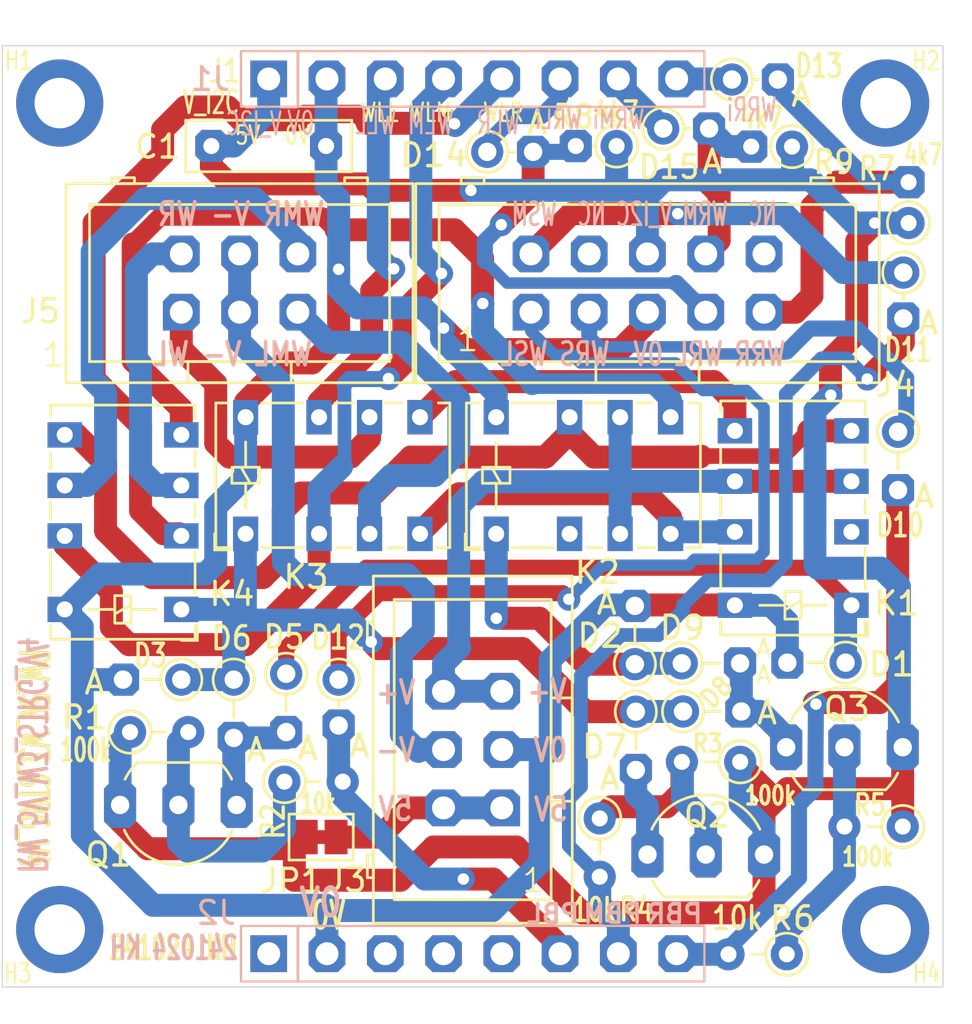
<source format=kicad_pcb>
(kicad_pcb (version 20240108) (generator "pcbnew") (generator_version "8.0")
  (layers (0 "F.Cu" signal) (31 "B.Cu" signal) (34 "B.Paste" user) (35 "F.Paste" user) (36 "B.SilkS" user "B.Silkscreen") (37 "F.SilkS" user "F.Silkscreen") (38 "B.Mask" user) (39 "F.Mask" user) (44 "Edge.Cuts" user))
  (net 0 "")
  (net 1 "/PBR")
  (net 2 "/WSR")
  (net 3 "/WSM")
  (net 4 "/PBM")
  (net 5 "/PBL")
  (net 6 "/WSL")
  (net 7 "/0V")
  (net 8 "Net-(D8-A)")
  (net 9 "/WRM")
  (net 10 "/WRR")
  (net 11 "/WLR")
  (net 12 "/WLL")
  (net 13 "/WLM")
  (net 14 "/WRL")
  (net 17 "/V_I2C")
  (net 19 "/V+")
  (net 20 "/5V")
  (net 21 "/V-")
  (net 22 "/WMR")
  (net 23 "/WR")
  (net 24 "/WML")
  (net 25 "/WL")
  (net 26 "/WML+")
  (net 28 "/WMR+")
  (net 29 "/WR+")
  (net 31 "Net-(Q1-B)")
  (net 32 "Net-(Q2-B)")
  (net 33 "Net-(Q3-B)")
  (net 34 "/K_left")
  (net 35 "/K_right")
  (net 36 "Net-(D5-A)")
  (net 37 "Net-(D7-A)")
  (net 38 "/K_on")
  (net 39 "/WL+")
  (net 43 "/WRRi")
  (net 44 "/WRLi")
  (net 45 "/WRMi")
  (footprint "_kh_library:D_DO-35_SOD27_P2.54mm_Vertical_AnodeUp_kh" (layer "F.Cu") (at 68.326 50.824 180)
    (property "Reference" "D1")
    (property "Value" "1N4148" (hide yes))
  )
  (footprint "_kh_library:Box_02x05_P2.54mm_Vertical_kh" (layer "F.Cu") (at 54.61 35.56)
    (property "Reference" "J4")
    (property "Value" "Box_02x05_P2.54_Vertical")
  )
  (footprint "_kh_library:Relay_DPDT_AXICOM_IMSeries_Pitch5.08mm_rect_Pins" (layer "F.Cu") (at 42.174 45.212 90)
    (property "Reference" "K3")
    (property "Value" "IM03TS")
  )
  (footprint "_kh_library:D_DO-35_P2.0mm_Vertical_AnodeUp_kh" (layer "F.Cu") (at 60.3758 27.559)
    (property "Reference" "D15")
    (property "Value" "1N4148" (hide yes))
  )
  (footprint "_kh_library:D_DO-35_SOD27_P2.54mm_Vertical_AnodeUp_kh" (layer "F.Cu") (at 70.612 40.767 -90)
    (property "Reference" "D10")
    (property "Value" "1N4148" (hide yes))
  )
  (footprint "Resistor_THT:R_Axial_DIN0204_L3.6mm_D1.6mm_P2.54mm_Vertical" (layer "F.Cu") (at 65.7606 63.5254 180)
    (property "Reference" "R6")
    (property "Value" "10k")
  )
  (footprint "_kh_library:TO-92_Inline_Wide_custom" (layer "F.Cu") (at 65.7352 54.5084)
    (property "Reference" "Q3")
    (property "Value" "BC327")
  )
  (footprint "_kh_library:D_DO-35_SOD27_P2.54mm_Vertical_AnodeUp_kh" (layer "F.Cu") (at 39.37 51.562 180)
    (property "Reference" "D3")
    (property "Value" "1N4148" (hide yes))
  )
  (footprint "_kh_library:MountingHole_2.2mm_M2_Pad_TopBottom_kh" (layer "F.Cu") (at 34.07 62.45)
    (property "Reference" "H3")
    (property "Value" "MountingHole" (hide yes))
  )
  (footprint "_kh_library:D_DO-35_SOD27_P2.54mm_Vertical_AnodeUp_kh" (layer "F.Cu") (at 41.656 51.562 -90)
    (property "Reference" "D6")
    (property "Value" "1N4148" (hide yes))
  )
  (footprint "_kh_library:D_DO-35_P2.0mm_Vertical_AnodeUp_kh" (layer "F.Cu") (at 63.373 25.4254)
    (property "Reference" "D13")
    (property "Value" "1N4148" (hide yes))
  )
  (footprint "_kh_library:Relay_DPDT_AXICOM_IMSeries_Pitch5.08mm_rect_Pins" (layer "F.Cu") (at 39.37 48.504 180)
    (property "Reference" "K4")
    (property "Value" "IM03TS")
  )
  (footprint "_kh_library:MountingHole_2.2mm_M2_Pad_TopBottom_kh" (layer "F.Cu") (at 70.07 26.45)
    (property "Reference" "H2")
    (property "Value" "MountingHole" (hide yes))
  )
  (footprint "Resistor_THT:R_Axial_DIN0204_L3.6mm_D1.6mm_P2.54mm_Vertical" (layer "F.Cu") (at 43.865 56.007)
    (property "Reference" "R2")
    (property "Value" "10k")
  )
  (footprint "_kh_library:Relay_DPDT_AXICOM_IMSeries_Pitch5.08mm_rect_Pins" (layer "F.Cu") (at 53.096 45.212 90)
    (property "Reference" "K2")
    (property "Value" "IM03TS")
  )
  (footprint "_kh_library:Box_02x03_P2.54mm_Vertical_kh" (layer "F.Cu") (at 53.34 57.15 90)
    (property "Reference" "J3")
    (property "Value" "Box_02x03_P2.54_Vertical")
  )
  (footprint "Resistor_THT:R_Axial_DIN0204_L3.6mm_D1.6mm_P2.54mm_Vertical" (layer "F.Cu") (at 63.7294 55.1434 180)
    (property "Reference" "R3")
    (property "Value" "100k")
  )
  (footprint "_kh_library:D_DO-35_P2.0mm_Vertical_AnodeUp_kh" (layer "F.Cu") (at 52.705 28.575)
    (property "Reference" "D14")
    (property "Value" "1N4148" (hide yes))
  )
  (footprint "_kh_library:Box_02x03_P2.54mm_Vertical_kh" (layer "F.Cu") (at 39.37 35.56)
    (property "Reference" "J5")
    (property "Value" "Box_02x03_P2.54_Vertical")
  )
  (footprint "_kh_library:D_DO-35_P2.0mm_Vertical_AnodeUp_kh" (layer "F.Cu") (at 70.8406 33.8328 -90)
    (property "Reference" "D11")
    (property "Value" "1N4148" (hide yes))
  )
  (footprint "_kh_library:MountingHole_2.2mm_M2_Pad_TopBottom_kh" (layer "F.Cu") (at 70.07 62.45)
    (property "Reference" "H4")
    (property "Value" "MountingHole" (hide yes))
  )
  (footprint "_kh_library:D_DO-35_SOD27_P2.54mm_Vertical_AnodeUp_kh" (layer "F.Cu") (at 43.942 51.308 -90)
    (property "Reference" "D5")
    (property "Value" "1N4148" (hide yes))
  )
  (footprint "_kh_library:TO-92_Inline_Wide_custom" (layer "F.Cu") (at 59.69 59.182)
    (property "Reference" "Q2")
    (property "Value" "BC327")
  )
  (footprint "_kh_library:R_Axial_P1.778mm_Vertical_kh" (layer "F.Cu") (at 71.0692 31.6738 90)
    (property "Reference" "R7")
    (property "Value" "4k7")
  )
  (footprint "_kh_library:C_Rect_L7.0mm_W2.0mm_P5.00mm_kh" (layer "F.Cu") (at 45.68 28.321 180)
    (property "Reference" "C1")
    (property "Value" "100nF")
  )
  (footprint "Resistor_THT:R_Axial_DIN0204_L3.6mm_D1.6mm_P2.54mm_Vertical" (layer "F.Cu") (at 37.134 53.848)
    (property "Reference" "R1")
    (property "Value" "100k")
  )
  (footprint "_kh_library:TO-92_Inline_Wide_custom" (layer "F.Cu") (at 41.783 57.023 180)
    (property "Reference" "Q1")
    (property "Value" "BC327")
  )
  (footprint "Resistor_THT:R_Axial_DIN0204_L3.6mm_D1.6mm_P2.54mm_Vertical" (layer "F.Cu") (at 70.816 57.9628 180)
    (property "Reference" "R5")
    (property "Value" "100k")
  )
  (footprint "_kh_library:MountingHole_2.2mm_M2_Pad_TopBottom_kh" (layer "F.Cu") (at 34.07 26.45)
    (property "Reference" "H1")
    (property "Value" "MountingHole" (hide yes))
  )
  (footprint "_kh_library:D_DO-35_P2.0mm_Vertical_AnodeUp_kh" (layer "F.Cu") (at 46.228 51.562 -90)
    (property "Reference" "D12")
    (property "Value" "1N4148" (hide yes))
  )
  (footprint "_kh_library:D_DO-35_SOD27_P2.54mm_Vertical_AnodeUp_kh" (layer "F.Cu") (at 59.182 52.959 -90)
    (property "Reference" "D7")
    (property "Value" "1N4148" (hide yes))
  )
  (footprint "_kh_library:Relay_DPDT_AXICOM_IMSeries_Pitch5.08mm_rect_Pins" (layer "F.Cu") (at 68.58 48.326 180)
    (property "Reference" "K1")
    (property "Value" "IM03TS")
  )
  (footprint "_kh_library:D_DO-35_SOD27_P2.54mm_Vertical_AnodeUp_kh" (layer "F.Cu") (at 61.24 52.95)
    (property "Reference" "D8")
    (property "Value" "1N4148" (hide yes))
  )
  (footprint "Jumper:SolderJumper-2_P1.3mm_Bridged_Pad1.0x1.5mm" (layer "F.Cu") (at 45.466 58.42 180)
    (property "Reference" "JP1")
    (property "Value" "Jumper_2_Bridged")
  )
  (footprint "_kh_library:R_Axial_P1.778mm_Vertical_kh" (layer "F.Cu") (at 58.3438 28.321 180)
    (property "Reference" "R8")
    (property "Value" "4k7")
  )
  (footprint "_kh_library:R_Axial_P1.778mm_Vertical_kh" (layer "F.Cu") (at 65.9892 28.3464 180)
    (property "Reference" "R9")
    (property "Value" "4k7")
  )
  (footprint "_kh_library:D_DO-35_SOD27_P2.54mm_Vertical_AnodeUp_kh" (layer "F.Cu") (at 59.14 50.89 90)
    (property "Reference" "D2")
    (property "Value" "1N4148" (hide yes))
  )
  (footprint "Resistor_THT:R_Axial_DIN0204_L3.6mm_D1.6mm_P2.54mm_Vertical" (layer "F.Cu") (at 57.6072 57.6072 -90)
    (property "Reference" "R4")
    (property "Value" "10k")
  )
  (footprint "_kh_library:D_DO-35_SOD27_P2.54mm_Vertical_AnodeUp_kh" (layer "F.Cu") (at 61.185 50.853)
    (property "Reference" "D9")
    (property "Value" "1N4148" (hide yes))
  )
  (footprint "_kh_library:PinHeader_1x08_P2.54mm_Vertical_kh" (layer "B.Cu") (at 43.18 25.4 -90)
    (property "Reference" "J1")
    (property "Value" "Conn_01x08_Pin")
  )
  (footprint "_kh_library:PinHeader_1x08_P2.54mm_Vertical_kh" (layer "B.Cu") (at 43.18 63.5 -90)
    (property "Reference" "J2")
    (property "Value" "Conn_01x08_Pin")
  )
  (gr_rect (start 31.57 23.95) (end 72.57 64.95) (stroke (width 0.05)) (fill none) (layer "Edge.Cuts"))
  (gr_text "241024 KH" (at 36.14 63.83 0) (layer "F.Cu") (effects (font (size 1 0.65)) (justify left bottom)))
  (gr_text "RW_5V_W3_STRG_V4" (at 32.22 50.15 270) (layer "F.Cu") (effects (font (size 1.2 0.65)) (justify left bottom)))
  (gr_text "241024 KH" (at 41.92 63.83 0) (layer "B.Cu") (effects (font (size 1 0.65)) (justify left bottom mirror)))
  (gr_text "RW_5V_W3_STRG_V4" (at 32.14 60.07 270) (layer "B.Cu") (effects (font (size 1.2 0.7)) (justify left bottom mirror)))
  (gr_text "V_I2C" (at 43.815 27.94 0) (layer "B.SilkS") (effects (font (size 1 0.6) (thickness 0.1)) (justify left bottom mirror)))
  (gr_text "PBR" (at 62.17 62.23 0) (layer "B.SilkS") (effects (font (size 0.8 0.8) (thickness 0.16) (bold yes)) (justify left bottom mirror)))
  (gr_text "5V" (at 49.53 57.7808 0) (layer "B.SilkS") (effects (font (size 1 0.8) (thickness 0.16) (bold yes)) (justify left bottom mirror)))
  (gr_text "V-" (at 49.657 55.2154 0) (layer "B.SilkS") (effects (font (size 1 0.8) (thickness 0.16) (bold yes)) (justify left bottom mirror)))
  (gr_text "241024 KH" (at 41.92 63.83 0) (layer "B.SilkS") (effects (font (size 1 0.65)) (justify left bottom mirror)))
  (gr_text "PBM" (at 59.53 62.23 0) (layer "B.SilkS") (effects (font (size 0.8 0.8) (thickness 0.16) (bold yes)) (justify left bottom mirror)))
  (gr_text "V+" (at 56.261 52.65 0) (layer "B.SilkS") (effects (font (size 1 0.8) (thickness 0.16) (bold yes)) (justify left bottom mirror)))
  (gr_text "RW_5V_W3_STRG_V4" (at 32.14 60.07 270) (layer "B.SilkS") (effects (font (size 1.2 0.7)) (justify left bottom mirror)))
  (gr_text "0V" (at 46.482 61.976 0) (layer "B.SilkS") (effects (font (size 1.2 1) (thickness 0.2) (bold yes)) (justify left bottom mirror)))
  (gr_text "0V" (at 45.2374 27.9146 0) (layer "B.SilkS") (effects (font (size 1 0.65) (thickness 0.1)) (justify left bottom mirror)))
  (gr_text "NC  WRM V_I2C NC  WSM" (at 65.405 31.877 0) (layer "B.SilkS") (effects (font (size 1 0.6) (thickness 0.12) (bold yes)) (justify left bottom mirror)))
  (gr_text "5V" (at 56.3118 57.8062 0) (layer "B.SilkS") (effects (font (size 1 0.8) (thickness 0.16) (bold yes)) (justify left bottom mirror)))
  (gr_text "WRMi WRLi" (at 59.6138 27.6352 0) (layer "B.SilkS") (effects (font (size 0.8 0.6) (thickness 0.1)) (justify left bottom mirror)))
  (gr_text "WLR  WLM WLL" (at 54.229 27.8892 0) (layer "B.SilkS") (effects (font (size 1 0.65) (thickness 0.1)) (justify left bottom mirror)))
  (gr_text "WRR WRL 0V  WRS WSL" (at 65.786 37.973 0) (layer "B.SilkS") (effects (font (size 1 0.7) (thickness 0.14) (bold yes)) (justify left bottom mirror)))
  (gr_text "V+" (at 49.657 52.705 0) (layer "B.SilkS") (effects (font (size 1 0.8) (thickness 0.16) (bold yes)) (justify left bottom mirror)))
  (gr_text "PBL" (at 56.8 62.23 0) (layer "B.SilkS") (effects (font (size 0.8 0.8) (thickness 0.16) (bold yes)) (justify left bottom mirror)))
  (gr_text "WRRi" (at 65.38 27.33 0) (layer "B.SilkS") (effects (font (size 1 0.6) (thickness 0.1)) (justify left bottom mirror)))
  (gr_text "WML V- WL" (at 45.17 37.973 0) (layer "B.SilkS") (effects (font (size 1 0.8) (thickness 0.16) (bold yes)) (justify left bottom mirror)))
  (gr_text "WMR V- WR" (at 45.7 31.877 0) (layer "B.SilkS") (effects (font (size 1 0.8) (thickness 0.16) (bold yes)) (justify left bottom mirror)))
  (gr_text "0V" (at 56.2864 55.2196 0) (layer "B.SilkS") (effects (font (size 1 0.8) (thickness 0.16) (bold yes)) (justify left bottom mirror)))
  (gr_text "10k" (at 45.339 56.9214 0) (layer "F.SilkS") (effects (font (size 0.8 0.55) (thickness 0.1375))))
  (gr_text "V_I2C" (at 39.37 27.0002 0) (layer "F.SilkS") (effects (font (size 1 0.6) (thickness 0.12) (bold yes)) (justify left bottom)))
  (gr_text "10k" (at 57.3786 61.595 0) (layer "F.SilkS") (effects (font (size 1 0.7))))
  (gr_text "10k" (at 63.6016 61.9506 0) (layer "F.SilkS") (effects (font (size 1 0.8))))
  (gr_text "0V" (at 43.815 28.321 0) (layer "F.SilkS") (effects (font (size 0.8 0.6) (thickness 0.1)) (justify left bottom)))
  (gr_text "241024 KH" (at 36.14 63.83 0) (layer "F.SilkS") (effects (font (size 1 0.65)) (justify left bottom)))
  (gr_text "100k" (at 69.2912 59.2836 0) (layer "F.SilkS") (effects (font (size 0.8 0.6))))
  (gr_text "5V" (at 41.656 28.321 0) (layer "F.SilkS") (effects (font (size 0.8 0.6) (thickness 0.1)) (justify left bottom)))
  (gr_text "4k7" (at 58.3438 26.8478 0) (layer "F.SilkS") (effects (font (size 0.9 0.7))))
  (gr_text "100k" (at 65.0494 56.6166 0) (layer "F.SilkS") (effects (font (size 0.8 0.6))))
  (gr_text "100k" (at 35.2044 54.6354 0) (layer "F.SilkS") (effects (font (size 1 0.6))))
  (gr_text "WLL WLM   WLR" (at 47.117 27.3304 0) (layer "F.SilkS") (effects (font (size 0.8 0.6) (thickness 0.1)) (justify left bottom)))
  (gr_text "0V" (at 44.958 62.5348 0) (layer "F.SilkS") (effects (font (size 1.2 0.8) (thickness 0.16) (bold yes)) (justify left bottom)))
  (gr_text "4k7" (at 64.643 27.1018 0) (layer "F.SilkS") (effects (font (size 0.9 0.7))))
  (gr_text "J1" (at 40.4876 25.6286 0) (layer "F.SilkS") (effects (font (size 1 0.8) (thickness 0.12) (bold yes)) (justify left bottom)))
  (gr_text "4k7" (at 71.7042 28.702 0) (layer "F.SilkS") (effects (font (size 0.9 0.6) (thickness 0.125))))
  (gr_text "RW_5V_W3_STRG_V4" (at 32.22 50.15 270) (layer "F.SilkS") (effects (font (size 1.2 0.65)) (justify left bottom)))
  (segment (start 70.6 51.7736) (end 70.6 43.29) (width 1) (layer "F.Cu") (net 1))
  (segment (start 69.8126 52.561) (end 70.6 51.7736) (width 1) (layer "F.Cu") (net 1))
  (segment (start 66.9678 52.561) (end 69.8126 52.561) (width 1) (layer "F.Cu") (net 1))
  (via (at 67.0306 52.6288) (size 1) (drill 0.5) (layers "F.Cu" "B.Cu") (net 1))
  (segment (start 66.294 56.9976) (end 66.8782 56.4134) (width 0.7) (layer "B.Cu") (net 1))
  (segment (start 66.294 60.198) (end 66.294 56.9976) (width 0.7) (layer "B.Cu") (net 1))
  (segment (start 63.2206 63.2714) (end 66.294 60.198) (width 0.7) (layer "B.Cu") (net 1))
  (segment (start 66.8782 56.4134) (end 67.0052 56.2864) (width 0.7) (layer "B.Cu") (net 1))
  (segment (start 67.0052 56.2864) (end 67.0306 52.6288) (width 0.7) (layer "B.Cu") (net 1))
  (segment (start 60.9854 63.5254) (end 63.2206 63.5254) (width 1) (layer "B.Cu") (net 1))
  (segment (start 70.97 40.409) (end 70.97 38.4326) (width 0.7) (layer "B.Cu") (net 2))
  (segment (start 70.612 40.767) (end 70.97 40.409) (width 0.7) (layer "B.Cu") (net 2))
  (segment (start 68.8074 36.27) (end 66.77 36.27) (width 0.7) (layer "B.Cu") (net 2))
  (segment (start 70.97 38.4326) (end 68.8074 36.27) (width 0.7) (layer "B.Cu") (net 2))
  (segment (start 65.77 37.27) (end 65.66 37.38) (width 0.5) (layer "B.Cu") (net 2))
  (segment (start 57.644 37.07) (end 57.15 36.576) (width 0.5) (layer "B.Cu") (net 2))
  (segment (start 61.57 37.07) (end 57.644 37.07) (width 0.5) (layer "B.Cu") (net 2))
  (segment (start 61.88 37.38) (end 61.57 37.07) (width 0.5) (layer "B.Cu") (net 2))
  (segment (start 65.66 37.38) (end 61.88 37.38) (width 0.5) (layer "B.Cu") (net 2))
  (segment (start 66.77 36.27) (end 65.77 37.27) (width 0.7) (layer "B.Cu") (net 2))
  (segment (start 57.15 36.576) (end 57.15 35.56) (width 0.7) (layer "B.Cu") (net 2))
  (segment (start 54.61 33.02) (end 56.3626 31.2674) (width 1) (layer "F.Cu") (net 3))
  (segment (start 56.3626 31.2674) (end 61.0108 31.2674) (width 1) (layer "F.Cu") (net 3))
  (via (at 61.0108 31.2674) (size 1) (drill 0.5) (layers "F.Cu" "B.Cu") (net 3))
  (segment (start 65.659 31.2674) (end 68.2244 33.8328) (width 1) (layer "B.Cu") (net 3))
  (segment (start 68.2244 33.8328) (end 70.8406 33.8328) (width 1) (layer "B.Cu") (net 3))
  (segment (start 61.0108 31.2674) (end 65.659 31.2674) (width 1) (layer "B.Cu") (net 3))
  (segment (start 70.8406 36.8994) (end 69.27 38.47) (width 1) (layer "F.Cu") (net 4))
  (segment (start 70.8406 35.8328) (end 70.8406 36.8994) (width 1) (layer "F.Cu") (net 4))
  (via (at 69.27 38.47) (size 1) (drill 0.5) (layers "F.Cu" "B.Cu") (net 4))
  (segment (start 56.26 58.8) (end 57.6072 60.1472) (width 0.6) (layer "B.Cu") (net 4))
  (segment (start 57.6072 61.3664) (end 57.6072 60.1472) (width 1) (layer "B.Cu") (net 4))
  (segment (start 67.27 37.57) (end 65.72 39.12) (width 0.6) (layer "B.Cu") (net 4))
  (segment (start 60.17 49.62) (end 58.54 49.62) (width 0.6) (layer "B.Cu") (net 4))
  (segment (start 56.79 51.37) (end 56.79 56.23) (width 0.6) (layer "B.Cu") (net 4))
  (segment (start 58.42 63.5) (end 58.42 62.1792) (width 1) (layer "B.Cu") (net 4))
  (segment (start 58.54 49.62) (end 56.79 51.37) (width 0.6) (layer "B.Cu") (net 4))
  (segment (start 65.72 46.46) (end 64.94 47.24) (width 0.6) (layer "B.Cu") (net 4))
  (segment (start 62.31 47.24) (end 61.24 48.31) (width 0.6) (layer "B.Cu") (net 4))
  (segment (start 61.24 48.31) (end 61.24 48.55) (width 0.6) (layer "B.Cu") (net 4))
  (segment (start 58.42 62.1792) (end 57.6072 61.3664) (width 1) (layer "B.Cu") (net 4))
  (segment (start 68.37 37.57) (end 67.27 37.57) (width 0.6) (layer "B.Cu") (net 4))
  (segment (start 65.72 39.12) (end 65.72 46.46) (width 0.6) (layer "B.Cu") (net 4))
  (segment (start 56.79 56.23) (end 56.26 56.76) (width 0.6) (layer "B.Cu") (net 4))
  (segment (start 61.24 48.55) (end 60.17 49.62) (width 0.6) (layer "B.Cu") (net 4))
  (segment (start 64.94 47.24) (end 62.31 47.24) (width 0.6) (layer "B.Cu") (net 4))
  (segment (start 69.27 38.47) (end 68.37 37.57) (width 0.6) (layer "B.Cu") (net 4))
  (segment (start 56.26 56.76) (end 56.26 58.8) (width 0.6) (layer "B.Cu") (net 4))
  (segment (start 52.959 60.2488) (end 51.6636 60.2488) (width 1) (layer "F.Cu") (net 5))
  (segment (start 55.88 63.5) (end 55.88 63.1698) (width 1) (layer "F.Cu") (net 5))
  (segment (start 52.959 60.2488) (end 55.88 63.1698) (width 1) (layer "F.Cu") (net 5))
  (via (at 51.6636 60.2488) (size 1) (drill 0.5) (layers "F.Cu" "B.Cu") (net 5))
  (segment (start 51.6636 60.2488) (end 49.9872 60.2488) (width 1) (layer "B.Cu") (net 5))
  (segment (start 46.228 55.83) (end 46.405 56.007) (width 1) (layer "B.Cu") (net 5))
  (segment (start 46.228 53.562) (end 46.228 55.83) (width 1) (layer "B.Cu") (net 5))
  (segment (start 46.405 56.655) (end 46.405 56.007) (width 1) (layer "B.Cu") (net 5))
  (segment (start 48.387 58.6486) (end 48.387 58.637) (width 1) (layer "B.Cu") (net 5))
  (segment (start 49.9872 60.2488) (end 48.387 58.6486) (width 1) (layer "B.Cu") (net 5))
  (segment (start 48.387 58.637) (end 46.405 56.655) (width 1) (layer "B.Cu") (net 5))
  (segment (start 46.228 49.562) (end 47.99 47.8) (width 0.7) (layer "F.Cu") (net 6))
  (segment (start 46.228 51.562) (end 46.228 49.562) (width 0.7) (layer "F.Cu") (net 6))
  (segment (start 47.99 47.8) (end 56 47.8) (width 0.7) (layer "F.Cu") (net 6))
  (segment (start 56 47.8) (end 56.26 48.06) (width 0.7) (layer "F.Cu") (net 6))
  (via (at 56.26 48.06) (size 1) (drill 0.5) (layers "F.Cu" "B.Cu") (net 6))
  (segment (start 64.77 39.73) (end 64.77 46) (width 0.5) (layer "B.Cu") (net 6))
  (segment (start 55.64 37.42) (end 56.42 37.42) (width 0.5) (layer "B.Cu") (net 6))
  (segment (start 56.77 37.77) (end 60.91 37.77) (width 0.5) (layer "B.Cu") (net 6))
  (segment (start 64.77 46) (end 64.45 46.32) (width 0.5) (layer "B.Cu") (net 6))
  (segment (start 64.01 38.97) (end 64.77 39.73) (width 0.5) (layer "B.Cu") (net 6))
  (segment (start 56.42 37.42) (end 56.77 37.77) (width 0.5) (layer "B.Cu") (net 6))
  (segment (start 62.11 38.97) (end 64.01 38.97) (width 0.5) (layer "B.Cu") (net 6))
  (segment (start 64.45 46.32) (end 61.74 46.32) (width 0.5) (layer "B.Cu") (net 6))
  (segment (start 54.61 36.39) (end 55.64 37.42) (width 0.5) (layer "B.Cu") (net 6))
  (segment (start 54.61 35.56) (end 54.61 36.39) (width 0.5) (layer "B.Cu") (net 6))
  (segment (start 61.4764 46.5836) (end 57.7364 46.5836) (width 0.5) (layer "B.Cu") (net 6))
  (segment (start 60.91 37.77) (end 62.11 38.97) (width 0.5) (layer "B.Cu") (net 6))
  (segment (start 61.74 46.32) (end 61.4764 46.5836) (width 0.5) (layer "B.Cu") (net 6))
  (segment (start 57.7364 46.5836) (end 56.26 48.06) (width 0.5) (layer "B.Cu") (net 6))
  (segment (start 59.69 36) (end 58.5 37.19) (width 1) (layer "F.Cu") (net 7))
  (segment (start 51.74 37.19) (end 50.8 36.25) (width 1) (layer "F.Cu") (net 7))
  (segment (start 58.5 37.19) (end 51.74 37.19) (width 1) (layer "F.Cu") (net 7))
  (segment (start 59.69 35.56) (end 59.69 36) (width 1) (layer "F.Cu") (net 7))
  (segment (start 45.07 37.77) (end 43.87 37.77) (width 1) (layer "F.Cu") (net 7))
  (segment (start 46.228 36.612) (end 45.07 37.77) (width 1) (layer "F.Cu") (net 7))
  (segment (start 43.87 37.77) (end 42.174 39.466) (width 1) (layer "F.Cu") (net 7))
  (segment (start 59.1058 48.3108) (end 63.4848 48.3108) (width 1) (layer "F.Cu") (net 7))
  (segment (start 46.228 33.69) (end 46.228 36.612) (width 1) (layer "F.Cu") (net 7))
  (segment (start 42.174 39.466) (end 42.174 40.132) (width 1) (layer "F.Cu") (net 7))
  (via (at 50.8 36.25) (size 1) (drill 0.5) (layers "F.Cu" "B.Cu") (net 7))
  (via (at 46.228 33.69) (size 1) (drill 0.5) (layers "F.Cu" "B.Cu") (net 7))
  (segment (start 40.87 46.506) (end 40.4114 46.9646) (width 1) (layer "B.Cu") (net 7))
  (segment (start 40.87 44.04) (end 40.87 46.506) (width 1) (layer "B.Cu") (net 7))
  (segment (start 46.228 34.544) (end 46.228 30.607) (width 1) (layer "B.Cu") (net 7))
  (segment (start 42.174 42.736) (end 40.87 44.04) (width 1) (layer "B.Cu") (net 7))
  (segment (start 45.68 30.059) (end 45.68 28.321) (width 1) (layer "B.Cu") (net 7))
  (segment (start 50.712 36.17) (end 49.912 35.37) (width 1) (layer "B.Cu") (net 7))
  (segment (start 38.1318 61.3918) (end 45.6946 61.3918) (width 1) (layer "B.Cu") (net 7))
  (segment (start 55.4482 50.7118) (end 57.8492 48.3108) (width 1) (layer "B.Cu") (net 7))
  (segment (start 45.72 61.4172) (end 45.72 63.5) (width 1) (layer "B.Cu") (net 7))
  (segment (start 35.052 58.312) (end 38.1318 61.3918) (width 1) (layer "B.Cu") (net 7))
  (segment (start 45.9232 61.6204) (end 52.9336 61.6204) (width 1) (layer "B.Cu") (net 7))
  (segment (start 47.054 35.37) (end 46.228 34.544) (width 1) (layer "B.Cu") (net 7))
  (segment (start 65.0646 48.326) (end 65.786 49.0474) (width 1) (layer "B.Cu") (net 7))
  (segment (start 63.5 48.326) (end 65.0646 48.326) (width 1) (layer "B.Cu") (net 7))
  (segment (start 55.4482 54.61) (end 55.4482 50.7118) (width 1) (layer "B.Cu") (net 7))
  (segment (start 57.8492 48.3108) (end 59.1058 48.3108) (width 1) (layer "B.Cu") (net 7))
  (segment (start 40.4114 46.9646) (end 35.8294 46.9646) (width 1) (layer "B.Cu") (net 7))
  (segment (start 53.096 40.132) (end 53.096 39.1006) (width 1) (layer "B.Cu") (net 7))
  (segment (start 52.9336 61.6204) (end 55.01 59.544) (width 1) (layer "B.Cu") (net 7))
  (segment (start 35.8294 46.9646) (end 34.29 48.504) (width 1) (layer "B.Cu") (net 7))
  (segment (start 46.228 30.607) (end 45.68 30.059) (width 1) (layer "B.Cu") (net 7))
  (segment (start 50.712 36.7166) (end 50.712 36.17) (width 1) (layer "B.Cu") (net 7))
  (segment (start 35.052 51.562) (end 35.052 58.312) (width 1) (layer "B.Cu") (net 7))
  (segment (start 42.174 40.132) (end 42.174 42.736) (width 1) (layer "B.Cu") (net 7))
  (segment (start 53.096 39.1006) (end 50.712 36.7166) (width 1) (layer "B.Cu") (net 7))
  (segment (start 45.72 61.4172) (end 45.9232 61.6204) (width 1) (layer "B.Cu") (net 7))
  (segment (start 45.6946 61.3918) (end 45.72 61.4172) (width 1) (layer "B.Cu") (net 7))
  (segment (start 45.68 28.321) (end 45.68 25.44) (width 1) (layer "B.Cu") (net 7))
  (segment (start 55.4482 54.61) (end 53.34 54.61) (width 1) (layer "B.Cu") (net 7))
  (segment (start 35.052 51.562) (end 35.052 49.266) (width 1) (layer "B.Cu") (net 7))
  (segment (start 55.01 59.544) (end 55.01 55.0482) (width 1) (layer "B.Cu") (net 7))
  (segment (start 49.912 35.37) (end 47.054 35.37) (width 1) (layer "B.Cu") (net 7))
  (segment (start 65.786 49.0474) (end 65.786 50.824) (width 1) (layer "B.Cu") (net 7))
  (segment (start 35.052 49.266) (end 34.29 48.504) (width 1) (layer "B.Cu") (net 7))
  (segment (start 36.83 51.562) (end 35.052 51.562) (width 1) (layer "B.Cu") (net 7))
  (segment (start 55.01 55.0482) (end 55.4482 54.61) (width 1) (layer "B.Cu") (net 7))
  (segment (start 64.6086 52.95) (end 63.78 52.95) (width 1) (layer "B.Cu") (net 8))
  (segment (start 63.78 52.95) (end 63.78 50.908) (width 1) (layer "B.Cu") (net 8))
  (segment (start 65.7352 54.0766) (end 64.6086 52.95) (width 1) (layer "B.Cu") (net 8))
  (segment (start 62.3758 27.559) (end 62.3758 29.9654) (width 1) (layer "F.Cu") (net 9))
  (segment (start 62.8142 30.4038) (end 62.8142 32.4358) (width 1) (layer "F.Cu") (net 9))
  (segment (start 62.8142 32.4358) (end 62.23 33.02) (width 1) (layer "F.Cu") (net 9))
  (segment (start 62.3758 29.9654) (end 62.8142 30.4038) (width 1) (layer "F.Cu") (net 9))
  (segment (start 63.1632 28.3464) (end 62.3758 27.559) (width 1) (layer "B.Cu") (net 9))
  (segment (start 64.2112 28.3464) (end 63.1632 28.3464) (width 1) (layer "B.Cu") (net 9))
  (segment (start 66.1416 35.56) (end 64.77 35.56) (width 1) (layer "F.Cu") (net 10))
  (segment (start 66.86 30.96) (end 66.86 34.8416) (width 1) (layer "F.Cu") (net 10))
  (segment (start 67.9242 29.8958) (end 66.86 30.96) (width 1) (layer "F.Cu") (net 10))
  (segment (start 66.86 34.8416) (end 66.1416 35.56) (width 1) (layer "F.Cu") (net 10))
  (segment (start 71.0692 29.8958) (end 67.9242 29.8958) (width 1) (layer "F.Cu") (net 10))
  (segment (start 71.0692 29.8958) (end 69.3928 29.8958) (width 0.7) (layer "B.Cu") (net 10))
  (segment (start 69.3928 29.8958) (end 65.373 25.876) (width 0.7) (layer "B.Cu") (net 10))
  (segment (start 65.373 25.876) (end 65.373 25.4254) (width 0.7) (layer "B.Cu") (net 10))
  (segment (start 44.7294 26.924) (end 47.0662 26.924) (width 0.8) (layer "F.Cu") (net 11))
  (segment (start 47.0662 26.924) (end 47.4726 27.3304) (width 0.8) (layer "F.Cu") (net 11))
  (segment (start 51.2604 27.3304) (end 51.28 27.35) (width 0.8) (layer "F.Cu") (net 11))
  (segment (start 38.608 45.212) (end 37.592 44.196) (width 1) (layer "F.Cu") (net 11))
  (segment (start 38.5572 27.6098) (end 39.5478 26.6192) (width 1) (layer "F.Cu") (net 11))
  (segment (start 35.57 38.47) (end 35.57 31.6638) (width 1) (layer "F.Cu") (net 11))
  (segment (start 37.592 44.196) (end 37.592 40.492) (width 1) (layer "F.Cu") (net 11))
  (segment (start 39.37 45.304) (end 39.278 45.212) (width 1) (layer "F.Cu") (net 11))
  (segment (start 35.57 31.6638) (end 38.5572 28.6766) (width 1) (layer "F.Cu") (net 11))
  (segment (start 41.402 26.6192) (end 41.9608 27.178) (width 1) (layer "F.Cu") (net 11))
  (segment (start 44.4754 27.178) (end 44.7294 26.924) (width 0.8) (layer "F.Cu") (net 11))
  (segment (start 37.592 40.492) (end 35.57 38.47) (width 1) (layer "F.Cu") (net 11))
  (segment (start 38.5572 28.6766) (end 38.5572 27.6098) (width 1) (layer "F.Cu") (net 11))
  (segment (start 39.278 45.212) (end 38.608 45.212) (width 1) (layer "F.Cu") (net 11))
  (segment (start 39.5478 26.6192) (end 41.402 26.6192) (width 1) (layer "F.Cu") (net 11))
  (segment (start 47.4726 27.3304) (end 51.2604 27.3304) (width 1) (layer "F.Cu") (net 11))
  (segment (start 41.9608 27.178) (end 44.4754 27.178) (width 1) (layer "F.Cu") (net 11))
  (via (at 51.28 27.35) (size 1) (drill 0.5) (layers "F.Cu" "B.Cu") (net 11))
  (segment (start 53.34 25.4) (end 51.308 27.432) (width 1) (layer "B.Cu") (net 11))
  (segment (start 47.67 37.17) (end 45.374 39.466) (width 1) (layer "F.Cu") (net 12))
  (segment (start 48.626 33.67) (end 47.67 34.626) (width 1) (layer "F.Cu") (net 12))
  (segment (start 47.67 34.626) (end 47.67 37.17) (width 1) (layer "F.Cu") (net 12))
  (segment (start 45.374 39.466) (end 45.374 40.132) (width 1) (layer "F.Cu") (net 12))
  (via (at 48.626 33.67) (size 1) (drill 0.5) (layers "F.Cu" "B.Cu") (net 12))
  (segment (start 48.26 25.781) (end 48.26 25.4) (width 1) (layer "B.Cu") (net 12))
  (segment (start 48.47 33.67) (end 47.9552 33.1552) (width 1) (layer "B.Cu") (net 12))
  (segment (start 47.9552 25.7048) (end 48.26 25.4) (width 1) (layer "B.Cu") (net 12))
  (segment (start 48.47 33.67) (end 48.626 33.67) (width 1) (layer "B.Cu") (net 12))
  (segment (start 47.9552 33.1552) (end 47.9552 25.7048) (width 1) (layer "B.Cu") (net 12))
  (segment (start 45.374 46.856) (end 42.192 50.038) (width 1) (layer "F.Cu") (net 13))
  (segment (start 36.322 49.276) (end 36.322 47.7345) (width 1) (layer "F.Cu") (net 13))
  (segment (start 48.4 38.44) (end 48.4 38.45) (width 1) (layer "F.Cu") (net 13))
  (segment (start 49.07 35.512) (end 49.07 37.77) (width 1) (layer "F.Cu") (net 13))
  (segment (start 42.192 50.038) (end 37.084 50.038) (width 1) (layer "F.Cu") (net 13))
  (segment (start 49.07 37.77) (end 48.4 38.44) (width 1) (layer "F.Cu") (net 13))
  (segment (start 50.712 33.87) (end 49.07 35.512) (width 1) (layer "F.Cu") (net 13))
  (segment (start 34.29 45.7025) (end 34.29 45.304) (width 1) (layer "F.Cu") (net 13))
  (segment (start 37.084 50.038) (end 36.322 49.276) (width 1) (layer "F.Cu") (net 13))
  (segment (start 45.374 45.212) (end 45.374 46.856) (width 1) (layer "F.Cu") (net 13))
  (segment (start 36.322 47.7345) (end 34.29 45.7025) (width 1) (layer "F.Cu") (net 13))
  (via (at 50.712 33.87) (size 1) (drill 0.5) (layers "F.Cu" "B.Cu") (net 13))
  (via (at 48.4 38.45) (size 1) (drill 0.5) (layers "F.Cu" "B.Cu") (net 13))
  (segment (start 45.374 43.272) (end 46.355 42.291) (width 1) (layer "B.Cu") (net 13))
  (segment (start 46.482 38.6842) (end 46.482 42.164) (width 0.6) (layer "B.Cu") (net 13))
  (segment (start 49.8094 32.9674) (end 50.712 33.87) (width 1) (layer "B.Cu") (net 13))
  (segment (start 46.355 42.291) (end 46.482 42.164) (width 0.3) (layer "B.Cu") (net 13))
  (segment (start 49.8094 26.6954) (end 49.8094 32.9674) (width 1) (layer "B.Cu") (net 13))
  (segment (start 50.8 25.7048) (end 49.8094 26.6954) (width 1) (layer "B.Cu") (net 13))
  (segment (start 48.37 38.47) (end 46.6962 38.47) (width 0.7) (layer "B.Cu") (net 13))
  (segment (start 46.6962 38.47) (end 46.482 38.6842) (width 0.7) (layer "B.Cu") (net 13))
  (segment (start 45.374 45.212) (end 45.374 43.272) (width 1) (layer "B.Cu") (net 13))
  (segment (start 54.705 30.3342) (end 53.3146 31.7246) (width 1) (layer "F.Cu") (net 14))
  (segment (start 53.3146 31.7246) (end 53.3146 31.75) (width 0.7) (layer "F.Cu") (net 14))
  (segment (start 54.705 28.575) (end 54.705 30.3342) (width 1) (layer "F.Cu") (net 14))
  (via (at 53.3146 31.75) (size 1) (drill 0.5) (layers "F.Cu" "B.Cu") (net 14))
  (segment (start 62.23 35.56) (end 60.96 34.29) (width 0.7) (layer "B.Cu") (net 14))
  (segment (start 60.9092 34.29) (end 53.5686 34.29) (width 0.5) (layer "B.Cu") (net 14))
  (segment (start 54.705 28.575) (end 56.3118 28.575) (width 0.7) (layer "B.Cu") (net 14))
  (segment (start 60.96 34.29) (end 60.9092 34.29) (width 0.7) (layer "B.Cu") (net 14))
  (segment (start 53.5686 34.29) (end 52.6034 33.3248) (width 0.5) (layer "B.Cu") (net 14))
  (segment (start 52.6034 32.4612) (end 52.6034 33.3248) (width 0.7) (layer "B.Cu") (net 14))
  (segment (start 53.3146 31.75) (end 52.6034 32.4612) (width 0.7) (layer "B.Cu") (net 14))
  (segment (start 50.3682 58.8518) (end 53.975 58.8518) (width 1) (layer "F.Cu") (net 17))
  (segment (start 36.703 57.023) (end 36.703 57.7342) (width 1) (layer "F.Cu") (net 17))
  (segment (start 37.8968 58.928) (end 44.308 58.928) (width 1) (layer "F.Cu") (net 17))
  (segment (start 68.8086 36.4744) (end 67.6656 37.6174) (width 1) (layer "F.Cu") (net 17))
  (segment (start 44.308 58.928) (end 44.816 58.42) (width 1) (layer "F.Cu") (net 17))
  (segment (start 41.4528 29.972) (end 40.68 29.1992) (width 1) (layer "F.Cu") (net 17))
  (segment (start 56.8452 61.722) (end 64.3128 61.722) (width 1) (layer "F.Cu") (net 17))
  (segment (start 67.6656 37.6174) (end 67.6656 39.1656) (width 1) (layer "F.Cu") (net 17))
  (segment (start 47.5234 29.972) (end 41.4528 29.972) (width 1) (layer "F.Cu") (net 17))
  (segment (start 70.8152 54.5084) (end 70.8152 56.3118) (width 1) (layer "F.Cu") (net 17))
  (segment (start 64.77 61.2648) (end 64.77 59.182) (width 1) (layer "F.Cu") (net 17))
  (segment (start 67.6656 39.1656) (end 67.67 39.17) (width 1) (layer "F.Cu") (net 17))
  (segment (start 48.9204 60.2996) (end 50.3682 58.8518) (width 1) (layer "F.Cu") (net 17))
  (segment (start 65.278 56.8198) (end 65.786 56.3118) (width 1) (layer "F.Cu") (net 17))
  (segment (start 44.2976 60.2996) (end 48.9204 60.2996) (width 1) (layer "F.Cu") (net 17))
  (segment (start 40.68 29.1992) (end 40.68 28.321) (width 1) (layer "F.Cu") (net 17))
  (segment (start 69.596 31.6738) (end 68.8086 32.4612) (width 1) (layer "F.Cu") (net 17))
  (segment (start 70.8152 57.962) (end 70.8152 56.3118) (width 1) (layer "F.Cu") (net 17))
  (segment (start 51.9938 30.2514) (end 47.8028 30.2514) (width 1) (layer "F.Cu") (net 17))
  (segment (start 36.703 57.7342) (end 37.8968 58.928) (width 1) (layer "F.Cu") (net 17))
  (segment (start 65.786 56.3118) (end 70.8152 56.3118) (width 1) (layer "F.Cu") (net 17))
  (segment (start 64.77 59.182) (end 64.77 57.3278) (width 1) (layer "F.Cu") (net 17))
  (segment (start 67.67 39.17) (end 67.68 39.17) (width 1) (layer "F.Cu") (net 17))
  (segment (start 47.8028 30.2514) (end 47.5234 29.972) (width 1) (layer "F.Cu") (net 17))
  (segment (start 67.68 39.18) (end 67.67 39.17) (width 1) (layer "F.Cu") (net 17))
  (segment (start 64.3128 61.722) (end 64.77 61.2648) (width 1) (layer "F.Cu") (net 17))
  (segment (start 63.7294 55.2712) (end 65.278 56.8198) (width 1) (layer "F.Cu") (net 17))
  (segment (start 67.68 39.17) (end 67.68 39.18) (width 1) (layer "F.Cu") (net 17))
  (segment (start 44.2976 60.2996) (end 44.2976 58.9384) (width 1) (layer "F.Cu") (net 17))
  (segment (start 53.975 58.8518) (end 56.8452 61.722) (width 1) (layer "F.Cu") (net 17))
  (segment (start 68.8086 32.4612) (end 68.8086 36.4744) (width 1) (layer "F.Cu") (net 17))
  (segment (start 44.2976 58.9384) (end 44.308 58.928) (width 1) (layer "F.Cu") (net 17))
  (segment (start 64.77 57.3278) (end 65.278 56.8198) (width 1) (layer "F.Cu") (net 17))
  (via (at 67.68 39.17) (size 1) (drill 0.5) (layers "F.Cu" "B.Cu") (net 17))
  (via (at 69.596 31.6738) (size 1) (drill 0.5) (layers "F.Cu" "B.Cu") (net 17))
  (via (at 51.9938 30.2514) (size 1) (drill 0.5) (layers "F.Cu" "B.Cu") (net 17))
  (segment (start 60.4266 29.7942) (end 59.9694 30.2514) (width 1) (layer "B.Cu") (net 17))
  (segment (start 41.656 28.321) (end 43.18 26.797) (width 1) (layer "B.Cu") (net 17))
  (segment (start 67.1106 46.7106) (end 69.8754 46.7106) (width 1) (layer "B.Cu") (net 17))
  (segment (start 64.77 57.9882) (end 63.7294 56.9476) (width 1) (layer "B.Cu") (net 17))
  (segment (start 43.18 26.797) (end 43.18 25.4) (width 1) (layer "B.Cu") (net 17))
  (segment (start 36.703 54.279) (end 37.134 53.848) (width 1) (layer "B.Cu") (net 17))
  (segment (start 59.9694 30.2514) (end 58.1406 30.2514) (width 1) (layer "B.Cu") (net 17))
  (segment (start 66.0146 29.7942) (end 66.802 29.7942) (width 1) (layer "B.Cu") (net 17))
  (segment (start 58.1406 30.2514) (end 58.3438 30.0482) (width 1) (layer "B.Cu") (net 17))
  (segment (start 63.7294 56.9476) (end 63.7294 55.1434) (width 1) (layer "B.Cu") (net 17))
  (segment (start 51.9938 30.2514) (end 58.1406 30.2514) (width 1) (layer "B.Cu") (net 17))
  (segment (start 40.68 28.321) (end 41.656 28.321) (width 1) (layer "B.Cu") (net 17))
  (segment (start 66.99 46.59) (end 67.1106 46.7106) (width 1) (layer "B.Cu") (net 17))
  (segment (start 60.4266 29.7942) (end 66.0146 29.7942) (width 1) (layer "B.Cu") (net 17))
  (segment (start 66.99 39.85) (end 66.99 46.59) (width 1) (layer "B.Cu") (net 17))
  (segment (start 66.0146 29.7942) (end 66.0146 28.3718) (width 1) (layer "B.Cu") (net 17))
  (segment (start 67.67 39.17) (end 66.99 39.85) (width 1) (layer "B.Cu") (net 17))
  (segment (start 69.596 31.6738) (end 71.0692 31.6738) (width 1) (layer "B.Cu") (net 17))
  (segment (start 68.6816 31.6738) (end 69.596 31.6738) (width 1) (layer "B.Cu") (net 17))
  (segment (start 59.69 30.5308) (end 60.4266 29.7942) (width 1) (layer "B.Cu") (net 17))
  (segment (start 64.77 59.182) (end 64.77 57.9882) (width 1) (layer "B.Cu") (net 17))
  (segment (start 59.69 33.02) (end 59.69 30.5308) (width 1) (layer "B.Cu") (net 17))
  (segment (start 58.3438 30.0482) (end 58.3438 28.321) (width 1) (layer "B.Cu") (net 17))
  (segment (start 69.8754 46.7106) (end 70.67 47.5052) (width 1) (layer "B.Cu") (net 17))
  (segment (start 70.67 47.5052) (end 70.67 54.3632) (width 1) (layer "B.Cu") (net 17))
  (segment (start 36.703 57.023) (end 36.703 54.279) (width 1) (layer "B.Cu") (net 17))
  (segment (start 66.802 29.7942) (end 68.6816 31.6738) (width 1) (layer "B.Cu") (net 17))
  (segment (start 68.58 42.926) (end 63.5 42.926) (width 1) (layer "F.Cu") (net 19))
  (segment (start 58.496 45.212) (end 58.496 42.94) (width 1) (layer "B.Cu") (net 19))
  (segment (start 53.34 52.07) (end 50.8 52.07) (width 1) (layer "B.Cu") (net 19))
  (segment (start 51.5 50.17) (end 51.46 50.13) (width 1) (layer "B.Cu") (net 19))
  (segment (start 58.496 42.94) (end 58.496 40.132) (width 1) (layer "B.Cu") (net 19))
  (segment (start 51.46 50.13) (end 51.46 44.01) (width 1) (layer "B.Cu") (net 19))
  (segment (start 63.5 42.926) (end 58.51 42.926) (width 1) (layer "B.Cu") (net 19))
  (segment (start 52.53 42.94) (end 58.496 42.94) (width 1) (layer "B.Cu") (net 19))
  (segment (start 50.8 52.07) (end 50.8 50.87) (width 1) (layer "B.Cu") (net 19))
  (segment (start 58.51 42.926) (end 58.496 42.94) (width 1) (layer "B.Cu") (net 19))
  (segment (start 51.46 44.01) (end 52.53 42.94) (width 1) (layer "B.Cu") (net 19))
  (segment (start 50.8 50.87) (end 51.5 50.17) (width 1) (layer "B.Cu") (net 19))
  (segment (start 49.276 57.15) (end 50.8 57.15) (width 1) (layer "F.Cu") (net 20))
  (segment (start 46.116 58.42) (end 48.006 58.42) (width 1) (layer "F.Cu") (net 20))
  (segment (start 48.006 58.42) (end 49.276 57.15) (width 1) (layer "F.Cu") (net 20))
  (segment (start 53.34 57.15) (end 50.8 57.15) (width 1) (layer "B.Cu") (net 20))
  (segment (start 48.96 53.9384) (end 49.7078 54.6862) (width 1) (layer "B.Cu") (net 21))
  (segment (start 41.91 36.83) (end 43.815 38.735) (width 1) (layer "B.Cu") (net 21))
  (segment (start 49.7078 54.6862) (end 49.784 54.61) (width 1) (layer "B.Cu") (net 21))
  (segment (start 43.815 46.445) (end 44.35 46.98) (width 1) (layer "B.Cu") (net 21))
  (segment (start 49.2 46.98) (end 49.92 47.7) (width 1) (layer "B.Cu") (net 21))
  (segment (start 41.91 35.56) (end 41.91 33.02) (width 1) (layer "B.Cu") (net 21))
  (segment (start 49.92 49.45) (end 48.96 50.41) (width 1) (layer "B.Cu") (net 21))
  (segment (start 43.815 38.735) (end 43.815 46.445) (width 1) (layer "B.Cu") (net 21))
  (segment (start 48.96 50.41) (end 48.96 53.9384) (width 1) (layer "B.Cu") (net 21))
  (segment (start 41.91 35.56) (end 41.91 36.83) (width 1) (layer "B.Cu") (net 21))
  (segment (start 49.92 47.7) (end 49.92 49.45) (width 1) (layer "B.Cu") (net 21))
  (segment (start 49.784 54.61) (end 50.8 54.61) (width 1) (layer "B.Cu") (net 21))
  (segment (start 44.35 46.98) (end 49.2 46.98) (width 1) (layer "B.Cu") (net 21))
  (segment (start 35.255 43.104) (end 36.068 42.291) (width 1) (layer "B.Cu") (net 22))
  (segment (start 36.068 42.291) (end 36.068 39.0652) (width 1) (layer "B.Cu") (net 22))
  (segment (start 35.4838 32.9184) (end 37.7952 30.607) (width 1) (layer "B.Cu") (net 22))
  (segment (start 42.5704 30.607) (end 44.45 32.4866) (width 1) (layer "B.Cu") (net 22))
  (segment (start 37.7952 30.607) (end 42.5704 30.607) (width 1) (layer "B.Cu") (net 22))
  (segment (start 34.29 43.104) (end 35.255 43.104) (width 1) (layer "B.Cu") (net 22))
  (segment (start 44.45 32.4866) (end 44.45 33.274) (width 1) (layer "B.Cu") (net 22))
  (segment (start 36.068 39.0652) (end 35.4838 38.481) (width 1) (layer "B.Cu") (net 22))
  (segment (start 35.4838 38.481) (end 35.4838 32.9184) (width 1) (layer "B.Cu") (net 22))
  (segment (start 39.37 43.104) (end 38.278 43.104) (width 1) (layer "B.Cu") (net 23))
  (segment (start 37.592 42.418) (end 37.592 37.7952) (width 1) (layer "B.Cu") (net 23))
  (segment (start 38.1 33.02) (end 39.37 33.02) (width 1) (layer "B.Cu") (net 23))
  (segment (start 37.4142 37.6174) (end 37.4142 33.7058) (width 1) (layer "B.Cu") (net 23))
  (segment (start 38.278 43.104) (end 37.592 42.418) (width 1) (layer "B.Cu") (net 23))
  (segment (start 37.592 37.7952) (end 37.4142 37.6174) (width 1) (layer "B.Cu") (net 23))
  (segment (start 37.4142 33.7058) (end 38.1 33.02) (width 1) (layer "B.Cu") (net 23))
  (segment (start 47.574 43.612) (end 47.574 45.212) (width 1) (layer "B.Cu") (net 24))
  (segment (start 48.514 42.672) (end 47.574 43.612) (width 1) (layer "B.Cu") (net 24))
  (segment (start 48.97 36.87) (end 51.47 39.37) (width 1) (layer "B.Cu") (net 24))
  (segment (start 50.408 42.672) (end 48.514 42.672) (width 1) (layer "B.Cu") (net 24))
  (segment (start 45.76 36.87) (end 48.97 36.87) (width 1) (layer "B.Cu") (net 24))
  (segment (start 51.47 39.37) (end 51.47 41.61) (width 1) (layer "B.Cu") (net 24))
  (segment (start 44.45 35.56) (end 45.76 36.87) (width 1) (layer "B.Cu") (net 24))
  (segment (start 51.47 41.61) (end 50.408 42.672) (width 1) (layer "B.Cu") (net 24))
  (segment (start 39.37 37.17) (end 40.87 38.67) (width 1) (layer "F.Cu") (net 25))
  (segment (start 41.47 41.87) (end 46.7506 41.87) (width 1) (layer "F.Cu") (net 25))
  (segment (start 47.574 41.0466) (end 47.574 40.132) (width 1) (layer "F.Cu") (net 25))
  (segment (start 40.87 38.67) (end 40.87 41.27) (width 1) (layer "F.Cu") (net 25))
  (segment (start 39.37 35.56) (end 39.37 37.17) (width 1) (layer "F.Cu") (net 25))
  (segment (start 46.7506 41.87) (end 47.574 41.0466) (width 1) (layer "F.Cu") (net 25))
  (segment (start 40.87 41.27) (end 41.47 41.87) (width 1) (layer "F.Cu") (net 25))
  (segment (start 49.774 45.166) (end 51.47 43.47) (width 1) (layer "F.Cu") (net 26))
  (segment (start 51.47 43.47) (end 59.67 43.47) (width 1) (layer "F.Cu") (net 26))
  (segment (start 60.696 44.496) (end 60.696 45.212) (width 1) (layer "F.Cu") (net 26))
  (segment (start 59.67 43.47) (end 60.696 44.496) (width 1) (layer "F.Cu") (net 26))
  (segment (start 63.5 45.126) (end 60.782 45.126) (width 1) (layer "B.Cu") (net 26))
  (segment (start 60.782 45.126) (end 60.696 45.212) (width 1) (layer "B.Cu") (net 26))
  (segment (start 43.815 46.228) (end 42.926 47.117) (width 1) (layer "F.Cu") (net 28))
  (segment (start 65.617 41.825) (end 66.716 40.726) (width 0.68) (layer "F.Cu") (net 28))
  (segment (start 56.296 40.132) (end 56.296 40.809) (width 1) (layer "F.Cu") (net 28))
  (segment (start 47.806 43.434) (end 44.577 43.434) (width 1) (layer "F.Cu") (net 28))
  (segment (start 62.018 41.825) (end 65.617 41.825) (width 0.68) (layer "F.Cu") (net 28))
  (segment (start 61.973 41.87) (end 62.018 41.825) (width 1) (layer "F.Cu") (net 28))
  (segment (start 56.296 40.809) (end 55.235 41.87) (width 1) (layer "F.Cu") (net 28))
  (segment (start 49.37 41.87) (end 47.806 43.434) (width 1) (layer "F.Cu") (net 28))
  (segment (start 44.577 43.434) (end 43.815 44.196) (width 1) (layer "F.Cu") (net 28))
  (segment (start 36.068 45.085) (end 36.068 42.164) (width 1) (layer "F.Cu") (net 28))
  (segment (start 42.926 47.117) (end 38.1 47.117) (width 1) (layer "F.Cu") (net 28))
  (segment (start 38.1 47.117) (end 36.068 45.085) (width 1) (layer "F.Cu") (net 28))
  (segment (start 55.235 41.87) (end 49.37 41.87) (width 1) (layer "F.Cu") (net 28))
  (segment (start 34.808 40.904) (end 34.29 40.904) (width 1) (layer "F.Cu") (net 28))
  (segment (start 43.815 44.196) (end 43.815 46.228) (width 1) (layer "F.Cu") (net 28))
  (segment (start 36.068 42.164) (end 34.808 40.904) (width 1) (layer "F.Cu") (net 28))
  (segment (start 56.296 40.809) (end 57.357 41.87) (width 1) (layer "F.Cu") (net 28))
  (segment (start 57.357 41.87) (end 61.973 41.87) (width 1) (layer "F.Cu") (net 28))
  (segment (start 66.716 40.726) (end 68.58 40.726) (width 1) (layer "F.Cu") (net 28))
  (segment (start 51.274 31.97) (end 46.1178 31.97) (width 1) (layer "F.Cu") (net 29))
  (segment (start 45.5422 31.3944) (end 38.4556 31.3944) (width 0.8) (layer "F.Cu") (net 29))
  (segment (start 39.37 39.77) (end 39.37 40.904) (width 1) (layer "F.Cu") (net 29))
  (segment (start 52.5 35.179) (end 52.5 33.196) (width 1) (layer "F.Cu") (net 29))
  (segment (start 46.1178 31.97) (end 45.5422 31.3944) (width 0.8) (layer "F.Cu") (net 29))
  (segment (start 37.27 37.67) (end 39.37 39.77) (width 1) (layer "F.Cu") (net 29))
  (segment (start 37.27 32.58) (end 37.27 37.67) (width 1) (layer "F.Cu") (net 29))
  (segment (start 52.5 33.196) (end 51.274 31.97) (width 1) (layer "F.Cu") (net 29))
  (segment (start 38.4556 31.3944) (end 37.27 32.58) (width 0.8) (layer "F.Cu") (net 29))
  (via (at 52.51 35.18) (size 1) (drill 0.5) (layers "F.Cu" "B.Cu") (net 29))
  (segment (start 54.67 38.5918) (end 54.67 38.67) (width 1) (layer "B.Cu") (net 29))
  (segment (start 52.51 35.18) (end 52.5 36.4218) (width 1) (layer "B.Cu") (net 29))
  (segment (start 60.696 39.396) (end 60.696 40.132) (width 1) (layer "B.Cu") (net 29))
  (segment (start 59.97 38.67) (end 60.696 39.396) (width 0.9) (layer "B.Cu") (net 29))
  (segment (start 54.67 38.67) (end 59.97 38.67) (width 0.9) (layer "B.Cu") (net 29))
  (segment (start 52.5 36.4218) (end 54.67 38.5918) (width 1) (layer "B.Cu") (net 29))
  (segment (start 39.243 58.6486) (end 39.624 59.0296) (width 1) (layer "B.Cu") (net 31))
  (segment (start 39.243 54.279) (end 39.674 53.848) (width 1) (layer "B.Cu") (net 31))
  (segment (start 39.624 59.0296) (end 42.9006 59.0296) (width 1) (layer "B.Cu") (net 31))
  (segment (start 39.243 57.023) (end 39.243 54.279) (width 1) (layer "B.Cu") (net 31))
  (segment (start 42.9006 59.0296) (end 43.865 58.0652) (width 1) (layer "B.Cu") (net 31))
  (segment (start 39.243 57.023) (end 39.243 58.6486) (width 1) (layer "B.Cu") (net 31))
  (segment (start 43.865 58.0652) (end 43.865 56.007) (width 1) (layer "B.Cu") (net 31))
  (segment (start 60.5282 57.0992) (end 61.1894 56.438) (width 1) (layer "F.Cu") (net 32))
  (segment (start 57.6072 57.6072) (end 58.1152 57.0992) (width 1) (layer "F.Cu") (net 32))
  (segment (start 61.1894 56.438) (end 61.1894 55.1434) (width 1) (layer "F.Cu") (net 32))
  (segment (start 58.1152 57.0992) (end 60.5282 57.0992) (width 1) (layer "F.Cu") (net 32))
  (segment (start 61.214 56.7436) (end 61.214 55.168) (width 1) (layer "B.Cu") (net 32))
  (segment (start 62.23 57.7596) (end 61.214 56.7436) (width 1) (layer "B.Cu") (net 32))
  (segment (start 62.23 59.182) (end 62.23 57.7596) (width 1) (layer "B.Cu") (net 32))
  (segment (start 67.0052 61.2902) (end 65.7606 62.5348) (width 1) (layer "B.Cu") (net 33))
  (segment (start 68.2752 54.5084) (end 68.2752 57.962) (width 1) (layer "B.Cu") (net 33))
  (segment (start 68.276 57.9628) (end 68.276 60.0448) (width 1) (layer "B.Cu") (net 33))
  (segment (start 68.276 60.0448) (end 67.0306 61.2902) (width 1) (layer "B.Cu") (net 33))
  (segment (start 67.0306 61.2902) (end 67.0052 61.2902) (width 1) (layer "B.Cu") (net 33))
  (segment (start 65.7606 62.5348) (end 65.7606 63.5254) (width 1) (layer "B.Cu") (net 33))
  (segment (start 43.942 50.178) (end 47.43 46.69) (width 0.7) (layer "F.Cu") (net 34))
  (segment (start 47.43 46.69) (end 66.944 46.69) (width 0.7) (layer "F.Cu") (net 34))
  (segment (start 66.944 46.69) (end 68.58 48.326) (width 0.7) (layer "F.Cu") (net 34))
  (segment (start 43.942 51.398) (end 43.942 50.178) (width 0.7) (layer "F.Cu") (net 34))
  (segment (start 68.326 50.824) (end 68.326 48.58) (width 1) (layer "B.Cu") (net 34))
  (segment (start 68.326 48.58) (end 68.58 48.326) (width 1) (layer "B.Cu") (net 34))
  (segment (start 59.14 50.89) (end 56.98 50.89) (width 1) (layer "F.Cu") (net 35))
  (segment (start 56.98 50.89) (end 54.98 48.89) (width 1) (layer "F.Cu") (net 35))
  (segment (start 54.98 48.89) (end 53.1 48.89) (width 1) (layer "F.Cu") (net 35))
  (via (at 53.1 48.89) (size 1) (drill 0.5) (layers "F.Cu" "B.Cu") (net 35))
  (segment (start 53.096 45.212) (end 53.096 48.886) (width 1) (layer "B.Cu") (net 35))
  (segment (start 61.185 50.853) (end 59.108 50.853) (width 1) (layer "B.Cu") (net 35))
  (segment (start 53.096 48.886) (end 53.1 48.89) (width 1) (layer "B.Cu") (net 35))
  (segment (start 41.656 56.896) (end 41.656 54.102) (width 1) (layer "B.Cu") (net 36))
  (segment (start 43.942 54.102) (end 41.656 54.102) (width 1) (layer "B.Cu") (net 36))
  (segment (start 59.182 56.5658) (end 59.182 55.499) (width 1) (layer "B.Cu") (net 37))
  (segment (start 59.69 59.182) (end 59.69 57.0738) (width 1) (layer "B.Cu") (net 37))
  (segment (start 59.69 57.0738) (end 59.182 56.5658) (width 1) (layer "B.Cu") (net 37))
  (segment (start 47.65 49.92) (end 47.94 50.21) (width 1) (layer "F.Cu") (net 38))
  (segment (start 56.989 52.959) (end 59.182 52.959) (width 1) (layer "F.Cu") (net 38))
  (segment (start 47.94 50.21) (end 54.24 50.21) (width 1) (layer "F.Cu") (net 38))
  (segment (start 54.24 50.21) (end 56.989 52.959) (width 1) (layer "F.Cu") (net 38))
  (via (at 47.65 49.92) (size 1) (drill 0.5) (layers "F.Cu" "B.Cu") (net 38))
  (segment (start 61.24 52.95) (end 59.191 52.95) (width 1) (layer "B.Cu") (net 38))
  (segment (start 46.7 48.97) (end 41.868 48.97) (width 1) (layer "B.Cu") (net 38))
  (segment (start 47.65 49.92) (end 46.7 48.97) (width 1) (layer "B.Cu") (net 38))
  (segment (start 42.154 48.504) (end 42.164 48.514) (width 1) (layer "B.Cu") (net 38))
  (segment (start 41.656 51.562) (end 41.656 49.022) (width 1) (layer "B.Cu") (net 38))
  (segment (start 42.164 48.514) (end 42.164 45.222) (width 1) (layer "B.Cu") (net 38))
  (segment (start 41.402 48.504) (end 42.154 48.504) (width 1) (layer "B.Cu") (net 38))
  (segment (start 41.868 48.97) (end 41.402 48.504) (width 1) (layer "B.Cu") (net 38))
  (segment (start 39.37 48.504) (end 42.154 48.504) (width 1) (layer "B.Cu") (net 38))
  (segment (start 39.37 51.562) (end 41.656 51.562) (width 1) (layer "B.Cu") (net 38))
  (segment (start 41.656 49.022) (end 42.164 48.514) (width 1) (layer "B.Cu") (net 38))
  (segment (start 62.5856 38.5826) (end 51.3234 38.5826) (width 1) (layer "F.Cu") (net 39))
  (segment (start 63.5 39.497) (end 62.5856 38.5826) (width 1) (layer "F.Cu") (net 39))
  (segment (start 51.3234 38.5826) (end 49.774 40.132) (width 1) (layer "F.Cu") (net 39))
  (segment (start 63.5 40.726) (end 63.5 39.497) (width 1) (layer "F.Cu") (net 39))
  (segment (start 60.96 25.4) (end 63.3476 25.4) (width 1) (layer "B.Cu") (net 43))
  (segment (start 55.06 27.02) (end 55.88 26.2) (width 0.7) (layer "B.Cu") (net 44))
  (segment (start 55.88 26.2) (end 55.88 25.4) (width 0.7) (layer "B.Cu") (net 44))
  (segment (start 52.705 28.205) (end 53.89 27.02) (width 0.7) (layer "B.Cu") (net 44))
  (segment (start 53.89 27.02) (end 55.06 27.02) (width 0.7) (layer "B.Cu") (net 44))
  (segment (start 52.705 28.575) (end 52.705 28.205) (width 0.7) (layer "B.Cu") (net 44))
  (segment (start 60.3758 27.559) (end 58.42 25.6032) (width 1) (layer "B.Cu") (net 45))
)
</source>
